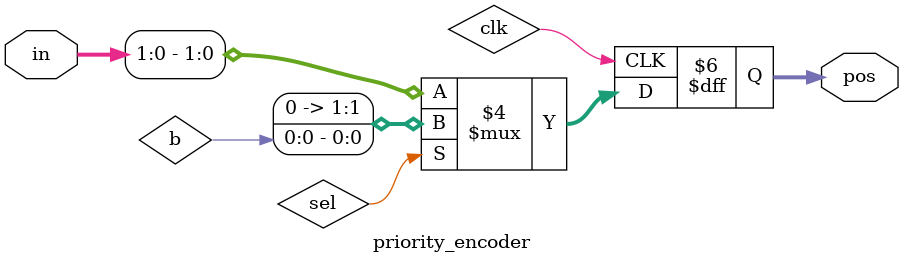
<source format=v>
module priority_encoder( 
input [2:0] in,
output reg [1:0] pos ); 
// When sel=1, assign b to out
always @(posedge clk) begin
    if (sel == 1) begin
        pos <= b;
    end else begin
        pos <= in;
    end
end
endmodule

</source>
